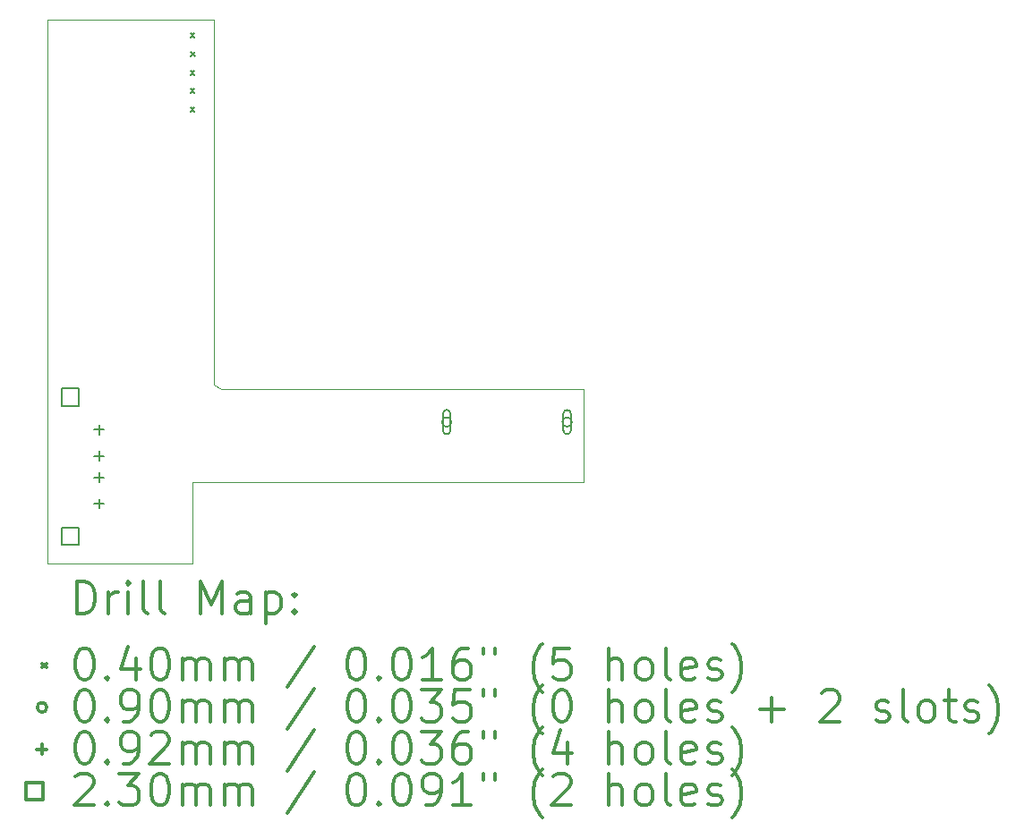
<source format=gbr>
%FSLAX45Y45*%
G04 Gerber Fmt 4.5, Leading zero omitted, Abs format (unit mm)*
G04 Created by KiCad (PCBNEW 5.1.4-5.1.4) date 2019-09-27 17:34:00*
%MOMM*%
%LPD*%
G04 APERTURE LIST*
%ADD10C,0.050000*%
%ADD11C,0.200000*%
%ADD12C,0.300000*%
G04 APERTURE END LIST*
D10*
X5725000Y1650000D02*
X5675000Y1650000D01*
X5725000Y775000D02*
X5725000Y1650000D01*
X5675000Y775000D02*
X5725000Y775000D01*
X2225000Y5150000D02*
X650000Y5150000D01*
X2225000Y1700000D02*
X2225000Y5150000D01*
X2300000Y1650000D02*
X2225000Y1700000D01*
X5675000Y1650000D02*
X2300000Y1650000D01*
X2025000Y775000D02*
X5675000Y775000D01*
X2025000Y0D02*
X2025000Y775000D01*
X650000Y0D02*
X2025000Y0D01*
X650000Y5150000D02*
X650000Y0D01*
D11*
X2005000Y5020000D02*
X2045000Y4980000D01*
X2045000Y5020000D02*
X2005000Y4980000D01*
X2005000Y4670000D02*
X2045000Y4630000D01*
X2045000Y4670000D02*
X2005000Y4630000D01*
X2005000Y4495000D02*
X2045000Y4455000D01*
X2045000Y4495000D02*
X2005000Y4455000D01*
X2005000Y4320000D02*
X2045000Y4280000D01*
X2045000Y4320000D02*
X2005000Y4280000D01*
X2011000Y4845000D02*
X2051000Y4805000D01*
X2051000Y4845000D02*
X2011000Y4805000D01*
X4475000Y1342000D02*
G75*
G03X4475000Y1342000I-45000J0D01*
G01*
X4465000Y1262000D02*
X4465000Y1422000D01*
X4395000Y1262000D02*
X4395000Y1422000D01*
X4465000Y1422000D02*
G75*
G03X4395000Y1422000I-35000J0D01*
G01*
X4395000Y1262000D02*
G75*
G03X4465000Y1262000I35000J0D01*
G01*
X5615000Y1342000D02*
G75*
G03X5615000Y1342000I-45000J0D01*
G01*
X5605000Y1262000D02*
X5605000Y1422000D01*
X5535000Y1262000D02*
X5535000Y1422000D01*
X5605000Y1422000D02*
G75*
G03X5535000Y1422000I-35000J0D01*
G01*
X5535000Y1262000D02*
G75*
G03X5605000Y1262000I35000J0D01*
G01*
X1143000Y1316000D02*
X1143000Y1224000D01*
X1097000Y1270000D02*
X1189000Y1270000D01*
X1143000Y1066000D02*
X1143000Y974000D01*
X1097000Y1020000D02*
X1189000Y1020000D01*
X1143000Y866000D02*
X1143000Y774000D01*
X1097000Y820000D02*
X1189000Y820000D01*
X1143000Y616000D02*
X1143000Y524000D01*
X1097000Y570000D02*
X1189000Y570000D01*
X953318Y1495682D02*
X953318Y1658318D01*
X790682Y1658318D01*
X790682Y1495682D01*
X953318Y1495682D01*
X953318Y181682D02*
X953318Y344318D01*
X790682Y344318D01*
X790682Y181682D01*
X953318Y181682D01*
D12*
X933928Y-468214D02*
X933928Y-168214D01*
X1005357Y-168214D01*
X1048214Y-182500D01*
X1076786Y-211071D01*
X1091071Y-239643D01*
X1105357Y-296786D01*
X1105357Y-339643D01*
X1091071Y-396786D01*
X1076786Y-425357D01*
X1048214Y-453929D01*
X1005357Y-468214D01*
X933928Y-468214D01*
X1233928Y-468214D02*
X1233928Y-268214D01*
X1233928Y-325357D02*
X1248214Y-296786D01*
X1262500Y-282500D01*
X1291071Y-268214D01*
X1319643Y-268214D01*
X1419643Y-468214D02*
X1419643Y-268214D01*
X1419643Y-168214D02*
X1405357Y-182500D01*
X1419643Y-196786D01*
X1433928Y-182500D01*
X1419643Y-168214D01*
X1419643Y-196786D01*
X1605357Y-468214D02*
X1576786Y-453929D01*
X1562500Y-425357D01*
X1562500Y-168214D01*
X1762500Y-468214D02*
X1733928Y-453929D01*
X1719643Y-425357D01*
X1719643Y-168214D01*
X2105357Y-468214D02*
X2105357Y-168214D01*
X2205357Y-382500D01*
X2305357Y-168214D01*
X2305357Y-468214D01*
X2576786Y-468214D02*
X2576786Y-311072D01*
X2562500Y-282500D01*
X2533928Y-268214D01*
X2476786Y-268214D01*
X2448214Y-282500D01*
X2576786Y-453929D02*
X2548214Y-468214D01*
X2476786Y-468214D01*
X2448214Y-453929D01*
X2433928Y-425357D01*
X2433928Y-396786D01*
X2448214Y-368214D01*
X2476786Y-353929D01*
X2548214Y-353929D01*
X2576786Y-339643D01*
X2719643Y-268214D02*
X2719643Y-568214D01*
X2719643Y-282500D02*
X2748214Y-268214D01*
X2805357Y-268214D01*
X2833928Y-282500D01*
X2848214Y-296786D01*
X2862500Y-325357D01*
X2862500Y-411071D01*
X2848214Y-439643D01*
X2833928Y-453929D01*
X2805357Y-468214D01*
X2748214Y-468214D01*
X2719643Y-453929D01*
X2991071Y-439643D02*
X3005357Y-453929D01*
X2991071Y-468214D01*
X2976786Y-453929D01*
X2991071Y-439643D01*
X2991071Y-468214D01*
X2991071Y-282500D02*
X3005357Y-296786D01*
X2991071Y-311072D01*
X2976786Y-296786D01*
X2991071Y-282500D01*
X2991071Y-311072D01*
X607500Y-942500D02*
X647500Y-982500D01*
X647500Y-942500D02*
X607500Y-982500D01*
X991071Y-798214D02*
X1019643Y-798214D01*
X1048214Y-812500D01*
X1062500Y-826786D01*
X1076786Y-855357D01*
X1091071Y-912500D01*
X1091071Y-983929D01*
X1076786Y-1041071D01*
X1062500Y-1069643D01*
X1048214Y-1083929D01*
X1019643Y-1098214D01*
X991071Y-1098214D01*
X962500Y-1083929D01*
X948214Y-1069643D01*
X933928Y-1041071D01*
X919643Y-983929D01*
X919643Y-912500D01*
X933928Y-855357D01*
X948214Y-826786D01*
X962500Y-812500D01*
X991071Y-798214D01*
X1219643Y-1069643D02*
X1233928Y-1083929D01*
X1219643Y-1098214D01*
X1205357Y-1083929D01*
X1219643Y-1069643D01*
X1219643Y-1098214D01*
X1491071Y-898214D02*
X1491071Y-1098214D01*
X1419643Y-783929D02*
X1348214Y-998214D01*
X1533928Y-998214D01*
X1705357Y-798214D02*
X1733928Y-798214D01*
X1762500Y-812500D01*
X1776786Y-826786D01*
X1791071Y-855357D01*
X1805357Y-912500D01*
X1805357Y-983929D01*
X1791071Y-1041071D01*
X1776786Y-1069643D01*
X1762500Y-1083929D01*
X1733928Y-1098214D01*
X1705357Y-1098214D01*
X1676786Y-1083929D01*
X1662500Y-1069643D01*
X1648214Y-1041071D01*
X1633928Y-983929D01*
X1633928Y-912500D01*
X1648214Y-855357D01*
X1662500Y-826786D01*
X1676786Y-812500D01*
X1705357Y-798214D01*
X1933928Y-1098214D02*
X1933928Y-898214D01*
X1933928Y-926786D02*
X1948214Y-912500D01*
X1976786Y-898214D01*
X2019643Y-898214D01*
X2048214Y-912500D01*
X2062500Y-941071D01*
X2062500Y-1098214D01*
X2062500Y-941071D02*
X2076786Y-912500D01*
X2105357Y-898214D01*
X2148214Y-898214D01*
X2176786Y-912500D01*
X2191071Y-941071D01*
X2191071Y-1098214D01*
X2333928Y-1098214D02*
X2333928Y-898214D01*
X2333928Y-926786D02*
X2348214Y-912500D01*
X2376786Y-898214D01*
X2419643Y-898214D01*
X2448214Y-912500D01*
X2462500Y-941071D01*
X2462500Y-1098214D01*
X2462500Y-941071D02*
X2476786Y-912500D01*
X2505357Y-898214D01*
X2548214Y-898214D01*
X2576786Y-912500D01*
X2591071Y-941071D01*
X2591071Y-1098214D01*
X3176786Y-783929D02*
X2919643Y-1169643D01*
X3562500Y-798214D02*
X3591071Y-798214D01*
X3619643Y-812500D01*
X3633928Y-826786D01*
X3648214Y-855357D01*
X3662500Y-912500D01*
X3662500Y-983929D01*
X3648214Y-1041071D01*
X3633928Y-1069643D01*
X3619643Y-1083929D01*
X3591071Y-1098214D01*
X3562500Y-1098214D01*
X3533928Y-1083929D01*
X3519643Y-1069643D01*
X3505357Y-1041071D01*
X3491071Y-983929D01*
X3491071Y-912500D01*
X3505357Y-855357D01*
X3519643Y-826786D01*
X3533928Y-812500D01*
X3562500Y-798214D01*
X3791071Y-1069643D02*
X3805357Y-1083929D01*
X3791071Y-1098214D01*
X3776786Y-1083929D01*
X3791071Y-1069643D01*
X3791071Y-1098214D01*
X3991071Y-798214D02*
X4019643Y-798214D01*
X4048214Y-812500D01*
X4062500Y-826786D01*
X4076786Y-855357D01*
X4091071Y-912500D01*
X4091071Y-983929D01*
X4076786Y-1041071D01*
X4062500Y-1069643D01*
X4048214Y-1083929D01*
X4019643Y-1098214D01*
X3991071Y-1098214D01*
X3962500Y-1083929D01*
X3948214Y-1069643D01*
X3933928Y-1041071D01*
X3919643Y-983929D01*
X3919643Y-912500D01*
X3933928Y-855357D01*
X3948214Y-826786D01*
X3962500Y-812500D01*
X3991071Y-798214D01*
X4376786Y-1098214D02*
X4205357Y-1098214D01*
X4291071Y-1098214D02*
X4291071Y-798214D01*
X4262500Y-841071D01*
X4233928Y-869643D01*
X4205357Y-883929D01*
X4633928Y-798214D02*
X4576786Y-798214D01*
X4548214Y-812500D01*
X4533928Y-826786D01*
X4505357Y-869643D01*
X4491071Y-926786D01*
X4491071Y-1041071D01*
X4505357Y-1069643D01*
X4519643Y-1083929D01*
X4548214Y-1098214D01*
X4605357Y-1098214D01*
X4633928Y-1083929D01*
X4648214Y-1069643D01*
X4662500Y-1041071D01*
X4662500Y-969643D01*
X4648214Y-941071D01*
X4633928Y-926786D01*
X4605357Y-912500D01*
X4548214Y-912500D01*
X4519643Y-926786D01*
X4505357Y-941071D01*
X4491071Y-969643D01*
X4776786Y-798214D02*
X4776786Y-855357D01*
X4891071Y-798214D02*
X4891071Y-855357D01*
X5333928Y-1212500D02*
X5319643Y-1198214D01*
X5291071Y-1155357D01*
X5276786Y-1126786D01*
X5262500Y-1083929D01*
X5248214Y-1012500D01*
X5248214Y-955357D01*
X5262500Y-883929D01*
X5276786Y-841071D01*
X5291071Y-812500D01*
X5319643Y-769643D01*
X5333928Y-755357D01*
X5591071Y-798214D02*
X5448214Y-798214D01*
X5433928Y-941071D01*
X5448214Y-926786D01*
X5476786Y-912500D01*
X5548214Y-912500D01*
X5576786Y-926786D01*
X5591071Y-941071D01*
X5605357Y-969643D01*
X5605357Y-1041071D01*
X5591071Y-1069643D01*
X5576786Y-1083929D01*
X5548214Y-1098214D01*
X5476786Y-1098214D01*
X5448214Y-1083929D01*
X5433928Y-1069643D01*
X5962500Y-1098214D02*
X5962500Y-798214D01*
X6091071Y-1098214D02*
X6091071Y-941071D01*
X6076786Y-912500D01*
X6048214Y-898214D01*
X6005357Y-898214D01*
X5976786Y-912500D01*
X5962500Y-926786D01*
X6276786Y-1098214D02*
X6248214Y-1083929D01*
X6233928Y-1069643D01*
X6219643Y-1041071D01*
X6219643Y-955357D01*
X6233928Y-926786D01*
X6248214Y-912500D01*
X6276786Y-898214D01*
X6319643Y-898214D01*
X6348214Y-912500D01*
X6362500Y-926786D01*
X6376786Y-955357D01*
X6376786Y-1041071D01*
X6362500Y-1069643D01*
X6348214Y-1083929D01*
X6319643Y-1098214D01*
X6276786Y-1098214D01*
X6548214Y-1098214D02*
X6519643Y-1083929D01*
X6505357Y-1055357D01*
X6505357Y-798214D01*
X6776786Y-1083929D02*
X6748214Y-1098214D01*
X6691071Y-1098214D01*
X6662500Y-1083929D01*
X6648214Y-1055357D01*
X6648214Y-941071D01*
X6662500Y-912500D01*
X6691071Y-898214D01*
X6748214Y-898214D01*
X6776786Y-912500D01*
X6791071Y-941071D01*
X6791071Y-969643D01*
X6648214Y-998214D01*
X6905357Y-1083929D02*
X6933928Y-1098214D01*
X6991071Y-1098214D01*
X7019643Y-1083929D01*
X7033928Y-1055357D01*
X7033928Y-1041071D01*
X7019643Y-1012500D01*
X6991071Y-998214D01*
X6948214Y-998214D01*
X6919643Y-983929D01*
X6905357Y-955357D01*
X6905357Y-941071D01*
X6919643Y-912500D01*
X6948214Y-898214D01*
X6991071Y-898214D01*
X7019643Y-912500D01*
X7133928Y-1212500D02*
X7148214Y-1198214D01*
X7176786Y-1155357D01*
X7191071Y-1126786D01*
X7205357Y-1083929D01*
X7219643Y-1012500D01*
X7219643Y-955357D01*
X7205357Y-883929D01*
X7191071Y-841071D01*
X7176786Y-812500D01*
X7148214Y-769643D01*
X7133928Y-755357D01*
X647500Y-1358500D02*
G75*
G03X647500Y-1358500I-45000J0D01*
G01*
X991071Y-1194214D02*
X1019643Y-1194214D01*
X1048214Y-1208500D01*
X1062500Y-1222786D01*
X1076786Y-1251357D01*
X1091071Y-1308500D01*
X1091071Y-1379929D01*
X1076786Y-1437071D01*
X1062500Y-1465643D01*
X1048214Y-1479929D01*
X1019643Y-1494214D01*
X991071Y-1494214D01*
X962500Y-1479929D01*
X948214Y-1465643D01*
X933928Y-1437071D01*
X919643Y-1379929D01*
X919643Y-1308500D01*
X933928Y-1251357D01*
X948214Y-1222786D01*
X962500Y-1208500D01*
X991071Y-1194214D01*
X1219643Y-1465643D02*
X1233928Y-1479929D01*
X1219643Y-1494214D01*
X1205357Y-1479929D01*
X1219643Y-1465643D01*
X1219643Y-1494214D01*
X1376786Y-1494214D02*
X1433928Y-1494214D01*
X1462500Y-1479929D01*
X1476786Y-1465643D01*
X1505357Y-1422786D01*
X1519643Y-1365643D01*
X1519643Y-1251357D01*
X1505357Y-1222786D01*
X1491071Y-1208500D01*
X1462500Y-1194214D01*
X1405357Y-1194214D01*
X1376786Y-1208500D01*
X1362500Y-1222786D01*
X1348214Y-1251357D01*
X1348214Y-1322786D01*
X1362500Y-1351357D01*
X1376786Y-1365643D01*
X1405357Y-1379929D01*
X1462500Y-1379929D01*
X1491071Y-1365643D01*
X1505357Y-1351357D01*
X1519643Y-1322786D01*
X1705357Y-1194214D02*
X1733928Y-1194214D01*
X1762500Y-1208500D01*
X1776786Y-1222786D01*
X1791071Y-1251357D01*
X1805357Y-1308500D01*
X1805357Y-1379929D01*
X1791071Y-1437071D01*
X1776786Y-1465643D01*
X1762500Y-1479929D01*
X1733928Y-1494214D01*
X1705357Y-1494214D01*
X1676786Y-1479929D01*
X1662500Y-1465643D01*
X1648214Y-1437071D01*
X1633928Y-1379929D01*
X1633928Y-1308500D01*
X1648214Y-1251357D01*
X1662500Y-1222786D01*
X1676786Y-1208500D01*
X1705357Y-1194214D01*
X1933928Y-1494214D02*
X1933928Y-1294214D01*
X1933928Y-1322786D02*
X1948214Y-1308500D01*
X1976786Y-1294214D01*
X2019643Y-1294214D01*
X2048214Y-1308500D01*
X2062500Y-1337072D01*
X2062500Y-1494214D01*
X2062500Y-1337072D02*
X2076786Y-1308500D01*
X2105357Y-1294214D01*
X2148214Y-1294214D01*
X2176786Y-1308500D01*
X2191071Y-1337072D01*
X2191071Y-1494214D01*
X2333928Y-1494214D02*
X2333928Y-1294214D01*
X2333928Y-1322786D02*
X2348214Y-1308500D01*
X2376786Y-1294214D01*
X2419643Y-1294214D01*
X2448214Y-1308500D01*
X2462500Y-1337072D01*
X2462500Y-1494214D01*
X2462500Y-1337072D02*
X2476786Y-1308500D01*
X2505357Y-1294214D01*
X2548214Y-1294214D01*
X2576786Y-1308500D01*
X2591071Y-1337072D01*
X2591071Y-1494214D01*
X3176786Y-1179929D02*
X2919643Y-1565643D01*
X3562500Y-1194214D02*
X3591071Y-1194214D01*
X3619643Y-1208500D01*
X3633928Y-1222786D01*
X3648214Y-1251357D01*
X3662500Y-1308500D01*
X3662500Y-1379929D01*
X3648214Y-1437071D01*
X3633928Y-1465643D01*
X3619643Y-1479929D01*
X3591071Y-1494214D01*
X3562500Y-1494214D01*
X3533928Y-1479929D01*
X3519643Y-1465643D01*
X3505357Y-1437071D01*
X3491071Y-1379929D01*
X3491071Y-1308500D01*
X3505357Y-1251357D01*
X3519643Y-1222786D01*
X3533928Y-1208500D01*
X3562500Y-1194214D01*
X3791071Y-1465643D02*
X3805357Y-1479929D01*
X3791071Y-1494214D01*
X3776786Y-1479929D01*
X3791071Y-1465643D01*
X3791071Y-1494214D01*
X3991071Y-1194214D02*
X4019643Y-1194214D01*
X4048214Y-1208500D01*
X4062500Y-1222786D01*
X4076786Y-1251357D01*
X4091071Y-1308500D01*
X4091071Y-1379929D01*
X4076786Y-1437071D01*
X4062500Y-1465643D01*
X4048214Y-1479929D01*
X4019643Y-1494214D01*
X3991071Y-1494214D01*
X3962500Y-1479929D01*
X3948214Y-1465643D01*
X3933928Y-1437071D01*
X3919643Y-1379929D01*
X3919643Y-1308500D01*
X3933928Y-1251357D01*
X3948214Y-1222786D01*
X3962500Y-1208500D01*
X3991071Y-1194214D01*
X4191071Y-1194214D02*
X4376786Y-1194214D01*
X4276786Y-1308500D01*
X4319643Y-1308500D01*
X4348214Y-1322786D01*
X4362500Y-1337072D01*
X4376786Y-1365643D01*
X4376786Y-1437071D01*
X4362500Y-1465643D01*
X4348214Y-1479929D01*
X4319643Y-1494214D01*
X4233928Y-1494214D01*
X4205357Y-1479929D01*
X4191071Y-1465643D01*
X4648214Y-1194214D02*
X4505357Y-1194214D01*
X4491071Y-1337072D01*
X4505357Y-1322786D01*
X4533928Y-1308500D01*
X4605357Y-1308500D01*
X4633928Y-1322786D01*
X4648214Y-1337072D01*
X4662500Y-1365643D01*
X4662500Y-1437071D01*
X4648214Y-1465643D01*
X4633928Y-1479929D01*
X4605357Y-1494214D01*
X4533928Y-1494214D01*
X4505357Y-1479929D01*
X4491071Y-1465643D01*
X4776786Y-1194214D02*
X4776786Y-1251357D01*
X4891071Y-1194214D02*
X4891071Y-1251357D01*
X5333928Y-1608500D02*
X5319643Y-1594214D01*
X5291071Y-1551357D01*
X5276786Y-1522786D01*
X5262500Y-1479929D01*
X5248214Y-1408500D01*
X5248214Y-1351357D01*
X5262500Y-1279929D01*
X5276786Y-1237072D01*
X5291071Y-1208500D01*
X5319643Y-1165643D01*
X5333928Y-1151357D01*
X5505357Y-1194214D02*
X5533928Y-1194214D01*
X5562500Y-1208500D01*
X5576786Y-1222786D01*
X5591071Y-1251357D01*
X5605357Y-1308500D01*
X5605357Y-1379929D01*
X5591071Y-1437071D01*
X5576786Y-1465643D01*
X5562500Y-1479929D01*
X5533928Y-1494214D01*
X5505357Y-1494214D01*
X5476786Y-1479929D01*
X5462500Y-1465643D01*
X5448214Y-1437071D01*
X5433928Y-1379929D01*
X5433928Y-1308500D01*
X5448214Y-1251357D01*
X5462500Y-1222786D01*
X5476786Y-1208500D01*
X5505357Y-1194214D01*
X5962500Y-1494214D02*
X5962500Y-1194214D01*
X6091071Y-1494214D02*
X6091071Y-1337072D01*
X6076786Y-1308500D01*
X6048214Y-1294214D01*
X6005357Y-1294214D01*
X5976786Y-1308500D01*
X5962500Y-1322786D01*
X6276786Y-1494214D02*
X6248214Y-1479929D01*
X6233928Y-1465643D01*
X6219643Y-1437071D01*
X6219643Y-1351357D01*
X6233928Y-1322786D01*
X6248214Y-1308500D01*
X6276786Y-1294214D01*
X6319643Y-1294214D01*
X6348214Y-1308500D01*
X6362500Y-1322786D01*
X6376786Y-1351357D01*
X6376786Y-1437071D01*
X6362500Y-1465643D01*
X6348214Y-1479929D01*
X6319643Y-1494214D01*
X6276786Y-1494214D01*
X6548214Y-1494214D02*
X6519643Y-1479929D01*
X6505357Y-1451357D01*
X6505357Y-1194214D01*
X6776786Y-1479929D02*
X6748214Y-1494214D01*
X6691071Y-1494214D01*
X6662500Y-1479929D01*
X6648214Y-1451357D01*
X6648214Y-1337072D01*
X6662500Y-1308500D01*
X6691071Y-1294214D01*
X6748214Y-1294214D01*
X6776786Y-1308500D01*
X6791071Y-1337072D01*
X6791071Y-1365643D01*
X6648214Y-1394214D01*
X6905357Y-1479929D02*
X6933928Y-1494214D01*
X6991071Y-1494214D01*
X7019643Y-1479929D01*
X7033928Y-1451357D01*
X7033928Y-1437071D01*
X7019643Y-1408500D01*
X6991071Y-1394214D01*
X6948214Y-1394214D01*
X6919643Y-1379929D01*
X6905357Y-1351357D01*
X6905357Y-1337072D01*
X6919643Y-1308500D01*
X6948214Y-1294214D01*
X6991071Y-1294214D01*
X7019643Y-1308500D01*
X7391071Y-1379929D02*
X7619643Y-1379929D01*
X7505357Y-1494214D02*
X7505357Y-1265643D01*
X7976786Y-1222786D02*
X7991071Y-1208500D01*
X8019643Y-1194214D01*
X8091071Y-1194214D01*
X8119643Y-1208500D01*
X8133928Y-1222786D01*
X8148214Y-1251357D01*
X8148214Y-1279929D01*
X8133928Y-1322786D01*
X7962500Y-1494214D01*
X8148214Y-1494214D01*
X8491071Y-1479929D02*
X8519643Y-1494214D01*
X8576786Y-1494214D01*
X8605357Y-1479929D01*
X8619643Y-1451357D01*
X8619643Y-1437071D01*
X8605357Y-1408500D01*
X8576786Y-1394214D01*
X8533928Y-1394214D01*
X8505357Y-1379929D01*
X8491071Y-1351357D01*
X8491071Y-1337072D01*
X8505357Y-1308500D01*
X8533928Y-1294214D01*
X8576786Y-1294214D01*
X8605357Y-1308500D01*
X8791071Y-1494214D02*
X8762500Y-1479929D01*
X8748214Y-1451357D01*
X8748214Y-1194214D01*
X8948214Y-1494214D02*
X8919643Y-1479929D01*
X8905357Y-1465643D01*
X8891071Y-1437071D01*
X8891071Y-1351357D01*
X8905357Y-1322786D01*
X8919643Y-1308500D01*
X8948214Y-1294214D01*
X8991071Y-1294214D01*
X9019643Y-1308500D01*
X9033928Y-1322786D01*
X9048214Y-1351357D01*
X9048214Y-1437071D01*
X9033928Y-1465643D01*
X9019643Y-1479929D01*
X8991071Y-1494214D01*
X8948214Y-1494214D01*
X9133928Y-1294214D02*
X9248214Y-1294214D01*
X9176786Y-1194214D02*
X9176786Y-1451357D01*
X9191071Y-1479929D01*
X9219643Y-1494214D01*
X9248214Y-1494214D01*
X9333928Y-1479929D02*
X9362500Y-1494214D01*
X9419643Y-1494214D01*
X9448214Y-1479929D01*
X9462500Y-1451357D01*
X9462500Y-1437071D01*
X9448214Y-1408500D01*
X9419643Y-1394214D01*
X9376786Y-1394214D01*
X9348214Y-1379929D01*
X9333928Y-1351357D01*
X9333928Y-1337072D01*
X9348214Y-1308500D01*
X9376786Y-1294214D01*
X9419643Y-1294214D01*
X9448214Y-1308500D01*
X9562500Y-1608500D02*
X9576786Y-1594214D01*
X9605357Y-1551357D01*
X9619643Y-1522786D01*
X9633928Y-1479929D01*
X9648214Y-1408500D01*
X9648214Y-1351357D01*
X9633928Y-1279929D01*
X9619643Y-1237072D01*
X9605357Y-1208500D01*
X9576786Y-1165643D01*
X9562500Y-1151357D01*
X601500Y-1708500D02*
X601500Y-1800500D01*
X555500Y-1754500D02*
X647500Y-1754500D01*
X991071Y-1590214D02*
X1019643Y-1590214D01*
X1048214Y-1604500D01*
X1062500Y-1618786D01*
X1076786Y-1647357D01*
X1091071Y-1704500D01*
X1091071Y-1775929D01*
X1076786Y-1833071D01*
X1062500Y-1861643D01*
X1048214Y-1875929D01*
X1019643Y-1890214D01*
X991071Y-1890214D01*
X962500Y-1875929D01*
X948214Y-1861643D01*
X933928Y-1833071D01*
X919643Y-1775929D01*
X919643Y-1704500D01*
X933928Y-1647357D01*
X948214Y-1618786D01*
X962500Y-1604500D01*
X991071Y-1590214D01*
X1219643Y-1861643D02*
X1233928Y-1875929D01*
X1219643Y-1890214D01*
X1205357Y-1875929D01*
X1219643Y-1861643D01*
X1219643Y-1890214D01*
X1376786Y-1890214D02*
X1433928Y-1890214D01*
X1462500Y-1875929D01*
X1476786Y-1861643D01*
X1505357Y-1818786D01*
X1519643Y-1761643D01*
X1519643Y-1647357D01*
X1505357Y-1618786D01*
X1491071Y-1604500D01*
X1462500Y-1590214D01*
X1405357Y-1590214D01*
X1376786Y-1604500D01*
X1362500Y-1618786D01*
X1348214Y-1647357D01*
X1348214Y-1718786D01*
X1362500Y-1747357D01*
X1376786Y-1761643D01*
X1405357Y-1775929D01*
X1462500Y-1775929D01*
X1491071Y-1761643D01*
X1505357Y-1747357D01*
X1519643Y-1718786D01*
X1633928Y-1618786D02*
X1648214Y-1604500D01*
X1676786Y-1590214D01*
X1748214Y-1590214D01*
X1776786Y-1604500D01*
X1791071Y-1618786D01*
X1805357Y-1647357D01*
X1805357Y-1675929D01*
X1791071Y-1718786D01*
X1619643Y-1890214D01*
X1805357Y-1890214D01*
X1933928Y-1890214D02*
X1933928Y-1690214D01*
X1933928Y-1718786D02*
X1948214Y-1704500D01*
X1976786Y-1690214D01*
X2019643Y-1690214D01*
X2048214Y-1704500D01*
X2062500Y-1733071D01*
X2062500Y-1890214D01*
X2062500Y-1733071D02*
X2076786Y-1704500D01*
X2105357Y-1690214D01*
X2148214Y-1690214D01*
X2176786Y-1704500D01*
X2191071Y-1733071D01*
X2191071Y-1890214D01*
X2333928Y-1890214D02*
X2333928Y-1690214D01*
X2333928Y-1718786D02*
X2348214Y-1704500D01*
X2376786Y-1690214D01*
X2419643Y-1690214D01*
X2448214Y-1704500D01*
X2462500Y-1733071D01*
X2462500Y-1890214D01*
X2462500Y-1733071D02*
X2476786Y-1704500D01*
X2505357Y-1690214D01*
X2548214Y-1690214D01*
X2576786Y-1704500D01*
X2591071Y-1733071D01*
X2591071Y-1890214D01*
X3176786Y-1575929D02*
X2919643Y-1961643D01*
X3562500Y-1590214D02*
X3591071Y-1590214D01*
X3619643Y-1604500D01*
X3633928Y-1618786D01*
X3648214Y-1647357D01*
X3662500Y-1704500D01*
X3662500Y-1775929D01*
X3648214Y-1833071D01*
X3633928Y-1861643D01*
X3619643Y-1875929D01*
X3591071Y-1890214D01*
X3562500Y-1890214D01*
X3533928Y-1875929D01*
X3519643Y-1861643D01*
X3505357Y-1833071D01*
X3491071Y-1775929D01*
X3491071Y-1704500D01*
X3505357Y-1647357D01*
X3519643Y-1618786D01*
X3533928Y-1604500D01*
X3562500Y-1590214D01*
X3791071Y-1861643D02*
X3805357Y-1875929D01*
X3791071Y-1890214D01*
X3776786Y-1875929D01*
X3791071Y-1861643D01*
X3791071Y-1890214D01*
X3991071Y-1590214D02*
X4019643Y-1590214D01*
X4048214Y-1604500D01*
X4062500Y-1618786D01*
X4076786Y-1647357D01*
X4091071Y-1704500D01*
X4091071Y-1775929D01*
X4076786Y-1833071D01*
X4062500Y-1861643D01*
X4048214Y-1875929D01*
X4019643Y-1890214D01*
X3991071Y-1890214D01*
X3962500Y-1875929D01*
X3948214Y-1861643D01*
X3933928Y-1833071D01*
X3919643Y-1775929D01*
X3919643Y-1704500D01*
X3933928Y-1647357D01*
X3948214Y-1618786D01*
X3962500Y-1604500D01*
X3991071Y-1590214D01*
X4191071Y-1590214D02*
X4376786Y-1590214D01*
X4276786Y-1704500D01*
X4319643Y-1704500D01*
X4348214Y-1718786D01*
X4362500Y-1733071D01*
X4376786Y-1761643D01*
X4376786Y-1833071D01*
X4362500Y-1861643D01*
X4348214Y-1875929D01*
X4319643Y-1890214D01*
X4233928Y-1890214D01*
X4205357Y-1875929D01*
X4191071Y-1861643D01*
X4633928Y-1590214D02*
X4576786Y-1590214D01*
X4548214Y-1604500D01*
X4533928Y-1618786D01*
X4505357Y-1661643D01*
X4491071Y-1718786D01*
X4491071Y-1833071D01*
X4505357Y-1861643D01*
X4519643Y-1875929D01*
X4548214Y-1890214D01*
X4605357Y-1890214D01*
X4633928Y-1875929D01*
X4648214Y-1861643D01*
X4662500Y-1833071D01*
X4662500Y-1761643D01*
X4648214Y-1733071D01*
X4633928Y-1718786D01*
X4605357Y-1704500D01*
X4548214Y-1704500D01*
X4519643Y-1718786D01*
X4505357Y-1733071D01*
X4491071Y-1761643D01*
X4776786Y-1590214D02*
X4776786Y-1647357D01*
X4891071Y-1590214D02*
X4891071Y-1647357D01*
X5333928Y-2004500D02*
X5319643Y-1990214D01*
X5291071Y-1947357D01*
X5276786Y-1918786D01*
X5262500Y-1875929D01*
X5248214Y-1804500D01*
X5248214Y-1747357D01*
X5262500Y-1675929D01*
X5276786Y-1633071D01*
X5291071Y-1604500D01*
X5319643Y-1561643D01*
X5333928Y-1547357D01*
X5576786Y-1690214D02*
X5576786Y-1890214D01*
X5505357Y-1575929D02*
X5433928Y-1790214D01*
X5619643Y-1790214D01*
X5962500Y-1890214D02*
X5962500Y-1590214D01*
X6091071Y-1890214D02*
X6091071Y-1733071D01*
X6076786Y-1704500D01*
X6048214Y-1690214D01*
X6005357Y-1690214D01*
X5976786Y-1704500D01*
X5962500Y-1718786D01*
X6276786Y-1890214D02*
X6248214Y-1875929D01*
X6233928Y-1861643D01*
X6219643Y-1833071D01*
X6219643Y-1747357D01*
X6233928Y-1718786D01*
X6248214Y-1704500D01*
X6276786Y-1690214D01*
X6319643Y-1690214D01*
X6348214Y-1704500D01*
X6362500Y-1718786D01*
X6376786Y-1747357D01*
X6376786Y-1833071D01*
X6362500Y-1861643D01*
X6348214Y-1875929D01*
X6319643Y-1890214D01*
X6276786Y-1890214D01*
X6548214Y-1890214D02*
X6519643Y-1875929D01*
X6505357Y-1847357D01*
X6505357Y-1590214D01*
X6776786Y-1875929D02*
X6748214Y-1890214D01*
X6691071Y-1890214D01*
X6662500Y-1875929D01*
X6648214Y-1847357D01*
X6648214Y-1733071D01*
X6662500Y-1704500D01*
X6691071Y-1690214D01*
X6748214Y-1690214D01*
X6776786Y-1704500D01*
X6791071Y-1733071D01*
X6791071Y-1761643D01*
X6648214Y-1790214D01*
X6905357Y-1875929D02*
X6933928Y-1890214D01*
X6991071Y-1890214D01*
X7019643Y-1875929D01*
X7033928Y-1847357D01*
X7033928Y-1833071D01*
X7019643Y-1804500D01*
X6991071Y-1790214D01*
X6948214Y-1790214D01*
X6919643Y-1775929D01*
X6905357Y-1747357D01*
X6905357Y-1733071D01*
X6919643Y-1704500D01*
X6948214Y-1690214D01*
X6991071Y-1690214D01*
X7019643Y-1704500D01*
X7133928Y-2004500D02*
X7148214Y-1990214D01*
X7176786Y-1947357D01*
X7191071Y-1918786D01*
X7205357Y-1875929D01*
X7219643Y-1804500D01*
X7219643Y-1747357D01*
X7205357Y-1675929D01*
X7191071Y-1633071D01*
X7176786Y-1604500D01*
X7148214Y-1561643D01*
X7133928Y-1547357D01*
X613818Y-2231818D02*
X613818Y-2069182D01*
X451182Y-2069182D01*
X451182Y-2231818D01*
X613818Y-2231818D01*
X919643Y-2014786D02*
X933928Y-2000500D01*
X962500Y-1986214D01*
X1033928Y-1986214D01*
X1062500Y-2000500D01*
X1076786Y-2014786D01*
X1091071Y-2043357D01*
X1091071Y-2071929D01*
X1076786Y-2114786D01*
X905357Y-2286214D01*
X1091071Y-2286214D01*
X1219643Y-2257643D02*
X1233928Y-2271929D01*
X1219643Y-2286214D01*
X1205357Y-2271929D01*
X1219643Y-2257643D01*
X1219643Y-2286214D01*
X1333928Y-1986214D02*
X1519643Y-1986214D01*
X1419643Y-2100500D01*
X1462500Y-2100500D01*
X1491071Y-2114786D01*
X1505357Y-2129072D01*
X1519643Y-2157643D01*
X1519643Y-2229072D01*
X1505357Y-2257643D01*
X1491071Y-2271929D01*
X1462500Y-2286214D01*
X1376786Y-2286214D01*
X1348214Y-2271929D01*
X1333928Y-2257643D01*
X1705357Y-1986214D02*
X1733928Y-1986214D01*
X1762500Y-2000500D01*
X1776786Y-2014786D01*
X1791071Y-2043357D01*
X1805357Y-2100500D01*
X1805357Y-2171929D01*
X1791071Y-2229072D01*
X1776786Y-2257643D01*
X1762500Y-2271929D01*
X1733928Y-2286214D01*
X1705357Y-2286214D01*
X1676786Y-2271929D01*
X1662500Y-2257643D01*
X1648214Y-2229072D01*
X1633928Y-2171929D01*
X1633928Y-2100500D01*
X1648214Y-2043357D01*
X1662500Y-2014786D01*
X1676786Y-2000500D01*
X1705357Y-1986214D01*
X1933928Y-2286214D02*
X1933928Y-2086214D01*
X1933928Y-2114786D02*
X1948214Y-2100500D01*
X1976786Y-2086214D01*
X2019643Y-2086214D01*
X2048214Y-2100500D01*
X2062500Y-2129072D01*
X2062500Y-2286214D01*
X2062500Y-2129072D02*
X2076786Y-2100500D01*
X2105357Y-2086214D01*
X2148214Y-2086214D01*
X2176786Y-2100500D01*
X2191071Y-2129072D01*
X2191071Y-2286214D01*
X2333928Y-2286214D02*
X2333928Y-2086214D01*
X2333928Y-2114786D02*
X2348214Y-2100500D01*
X2376786Y-2086214D01*
X2419643Y-2086214D01*
X2448214Y-2100500D01*
X2462500Y-2129072D01*
X2462500Y-2286214D01*
X2462500Y-2129072D02*
X2476786Y-2100500D01*
X2505357Y-2086214D01*
X2548214Y-2086214D01*
X2576786Y-2100500D01*
X2591071Y-2129072D01*
X2591071Y-2286214D01*
X3176786Y-1971929D02*
X2919643Y-2357643D01*
X3562500Y-1986214D02*
X3591071Y-1986214D01*
X3619643Y-2000500D01*
X3633928Y-2014786D01*
X3648214Y-2043357D01*
X3662500Y-2100500D01*
X3662500Y-2171929D01*
X3648214Y-2229072D01*
X3633928Y-2257643D01*
X3619643Y-2271929D01*
X3591071Y-2286214D01*
X3562500Y-2286214D01*
X3533928Y-2271929D01*
X3519643Y-2257643D01*
X3505357Y-2229072D01*
X3491071Y-2171929D01*
X3491071Y-2100500D01*
X3505357Y-2043357D01*
X3519643Y-2014786D01*
X3533928Y-2000500D01*
X3562500Y-1986214D01*
X3791071Y-2257643D02*
X3805357Y-2271929D01*
X3791071Y-2286214D01*
X3776786Y-2271929D01*
X3791071Y-2257643D01*
X3791071Y-2286214D01*
X3991071Y-1986214D02*
X4019643Y-1986214D01*
X4048214Y-2000500D01*
X4062500Y-2014786D01*
X4076786Y-2043357D01*
X4091071Y-2100500D01*
X4091071Y-2171929D01*
X4076786Y-2229072D01*
X4062500Y-2257643D01*
X4048214Y-2271929D01*
X4019643Y-2286214D01*
X3991071Y-2286214D01*
X3962500Y-2271929D01*
X3948214Y-2257643D01*
X3933928Y-2229072D01*
X3919643Y-2171929D01*
X3919643Y-2100500D01*
X3933928Y-2043357D01*
X3948214Y-2014786D01*
X3962500Y-2000500D01*
X3991071Y-1986214D01*
X4233928Y-2286214D02*
X4291071Y-2286214D01*
X4319643Y-2271929D01*
X4333928Y-2257643D01*
X4362500Y-2214786D01*
X4376786Y-2157643D01*
X4376786Y-2043357D01*
X4362500Y-2014786D01*
X4348214Y-2000500D01*
X4319643Y-1986214D01*
X4262500Y-1986214D01*
X4233928Y-2000500D01*
X4219643Y-2014786D01*
X4205357Y-2043357D01*
X4205357Y-2114786D01*
X4219643Y-2143357D01*
X4233928Y-2157643D01*
X4262500Y-2171929D01*
X4319643Y-2171929D01*
X4348214Y-2157643D01*
X4362500Y-2143357D01*
X4376786Y-2114786D01*
X4662500Y-2286214D02*
X4491071Y-2286214D01*
X4576786Y-2286214D02*
X4576786Y-1986214D01*
X4548214Y-2029071D01*
X4519643Y-2057643D01*
X4491071Y-2071929D01*
X4776786Y-1986214D02*
X4776786Y-2043357D01*
X4891071Y-1986214D02*
X4891071Y-2043357D01*
X5333928Y-2400500D02*
X5319643Y-2386214D01*
X5291071Y-2343357D01*
X5276786Y-2314786D01*
X5262500Y-2271929D01*
X5248214Y-2200500D01*
X5248214Y-2143357D01*
X5262500Y-2071929D01*
X5276786Y-2029071D01*
X5291071Y-2000500D01*
X5319643Y-1957643D01*
X5333928Y-1943357D01*
X5433928Y-2014786D02*
X5448214Y-2000500D01*
X5476786Y-1986214D01*
X5548214Y-1986214D01*
X5576786Y-2000500D01*
X5591071Y-2014786D01*
X5605357Y-2043357D01*
X5605357Y-2071929D01*
X5591071Y-2114786D01*
X5419643Y-2286214D01*
X5605357Y-2286214D01*
X5962500Y-2286214D02*
X5962500Y-1986214D01*
X6091071Y-2286214D02*
X6091071Y-2129072D01*
X6076786Y-2100500D01*
X6048214Y-2086214D01*
X6005357Y-2086214D01*
X5976786Y-2100500D01*
X5962500Y-2114786D01*
X6276786Y-2286214D02*
X6248214Y-2271929D01*
X6233928Y-2257643D01*
X6219643Y-2229072D01*
X6219643Y-2143357D01*
X6233928Y-2114786D01*
X6248214Y-2100500D01*
X6276786Y-2086214D01*
X6319643Y-2086214D01*
X6348214Y-2100500D01*
X6362500Y-2114786D01*
X6376786Y-2143357D01*
X6376786Y-2229072D01*
X6362500Y-2257643D01*
X6348214Y-2271929D01*
X6319643Y-2286214D01*
X6276786Y-2286214D01*
X6548214Y-2286214D02*
X6519643Y-2271929D01*
X6505357Y-2243357D01*
X6505357Y-1986214D01*
X6776786Y-2271929D02*
X6748214Y-2286214D01*
X6691071Y-2286214D01*
X6662500Y-2271929D01*
X6648214Y-2243357D01*
X6648214Y-2129072D01*
X6662500Y-2100500D01*
X6691071Y-2086214D01*
X6748214Y-2086214D01*
X6776786Y-2100500D01*
X6791071Y-2129072D01*
X6791071Y-2157643D01*
X6648214Y-2186214D01*
X6905357Y-2271929D02*
X6933928Y-2286214D01*
X6991071Y-2286214D01*
X7019643Y-2271929D01*
X7033928Y-2243357D01*
X7033928Y-2229072D01*
X7019643Y-2200500D01*
X6991071Y-2186214D01*
X6948214Y-2186214D01*
X6919643Y-2171929D01*
X6905357Y-2143357D01*
X6905357Y-2129072D01*
X6919643Y-2100500D01*
X6948214Y-2086214D01*
X6991071Y-2086214D01*
X7019643Y-2100500D01*
X7133928Y-2400500D02*
X7148214Y-2386214D01*
X7176786Y-2343357D01*
X7191071Y-2314786D01*
X7205357Y-2271929D01*
X7219643Y-2200500D01*
X7219643Y-2143357D01*
X7205357Y-2071929D01*
X7191071Y-2029071D01*
X7176786Y-2000500D01*
X7148214Y-1957643D01*
X7133928Y-1943357D01*
M02*

</source>
